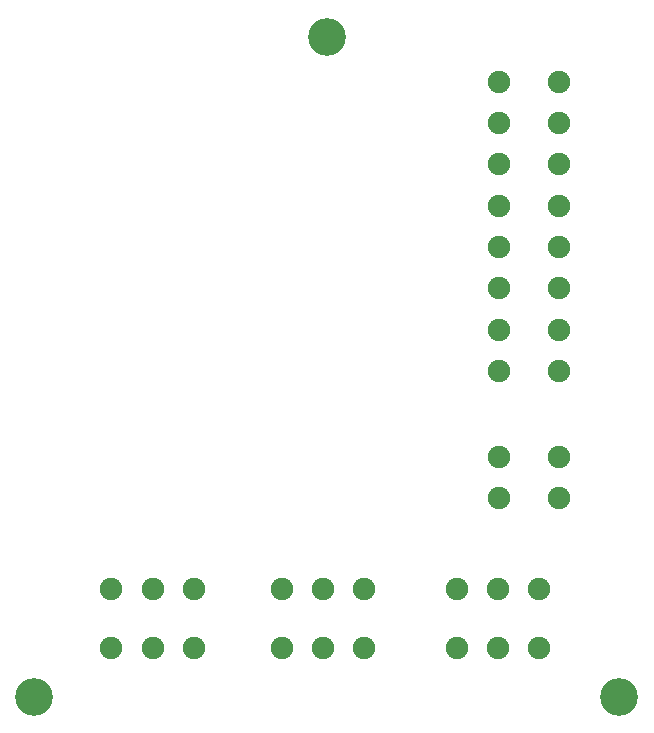
<source format=gbs>
G04 #@! TF.GenerationSoftware,KiCad,Pcbnew,8.0.6*
G04 #@! TF.CreationDate,2024-11-26T19:07:21-08:00*
G04 #@! TF.ProjectId,Constellation STAR LAF V1.0,436f6e73-7465-46c6-9c61-74696f6e2053,rev?*
G04 #@! TF.SameCoordinates,Original*
G04 #@! TF.FileFunction,Soldermask,Bot*
G04 #@! TF.FilePolarity,Negative*
%FSLAX46Y46*%
G04 Gerber Fmt 4.6, Leading zero omitted, Abs format (unit mm)*
G04 Created by KiCad (PCBNEW 8.0.6) date 2024-11-26 19:07:21*
%MOMM*%
%LPD*%
G01*
G04 APERTURE LIST*
%ADD10C,3.200000*%
%ADD11C,1.900000*%
G04 APERTURE END LIST*
D10*
X78740000Y-85090000D03*
X29210000Y-85090000D03*
X53975000Y-29210000D03*
D11*
X68580000Y-64770000D03*
X73580000Y-64770000D03*
X68580000Y-68270000D03*
X73580000Y-68270000D03*
X71950000Y-75950000D03*
X71950000Y-80950000D03*
X68450000Y-75950000D03*
X68450000Y-80950000D03*
X64949999Y-75950000D03*
X64949999Y-80950000D03*
X42729209Y-75950000D03*
X42729209Y-80950000D03*
X39229209Y-75950000D03*
X39229209Y-80950000D03*
X35729208Y-75950000D03*
X35729208Y-80950000D03*
X68580000Y-33020000D03*
X73580000Y-33020000D03*
X68580000Y-36520000D03*
X73579999Y-36520001D03*
X68580000Y-40020002D03*
X73580000Y-40020002D03*
X68580000Y-43520003D03*
X73580000Y-43520003D03*
X68580000Y-47020003D03*
X73580000Y-47020003D03*
X68580000Y-50520003D03*
X73580000Y-50520003D03*
X68580000Y-54020004D03*
X73580000Y-54020004D03*
X68580000Y-57520005D03*
X73580000Y-57520005D03*
X57125000Y-75950000D03*
X57125000Y-80950000D03*
X53625000Y-75950000D03*
X53625000Y-80950000D03*
X50124999Y-75950000D03*
X50124999Y-80950000D03*
M02*

</source>
